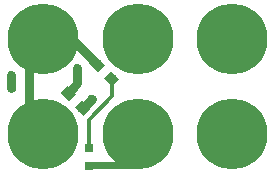
<source format=gtl>
%TF.GenerationSoftware,KiCad,Pcbnew,5.0.2-bee76a0~70~ubuntu16.04.1*%
%TF.CreationDate,2019-01-01T17:35:33-08:00*%
%TF.ProjectId,2x3-LED-RGB-Mini-Neopixel-SMT,3278332d-4c45-4442-9d52-47422d4d696e,1.0*%
%TF.SameCoordinates,Original*%
%TF.FileFunction,Copper,L1,Top*%
%TF.FilePolarity,Positive*%
%FSLAX46Y46*%
G04 Gerber Fmt 4.6, Leading zero omitted, Abs format (unit mm)*
G04 Created by KiCad (PCBNEW 5.0.2-bee76a0~70~ubuntu16.04.1) date Tue Jan  1 17:35:33 2019*
%MOMM*%
%LPD*%
G01*
G04 APERTURE LIST*
%ADD10C,0.800000*%
%ADD11C,0.600000*%
%ADD12C,0.300000*%
%ADD13C,0.850000*%
%ADD14C,0.350000*%
%ADD15C,6.000000*%
%ADD16C,0.685800*%
%ADD17R,0.750000X0.800000*%
%ADD18R,0.800000X0.750000*%
%ADD19C,0.350000*%
%ADD20C,0.330200*%
G04 APERTURE END LIST*
D10*
X14400000Y-37000000D02*
X14400000Y-31400000D01*
D11*
X19500000Y-40700000D02*
X23650000Y-40700000D01*
D10*
X12900000Y-34100000D02*
X12900000Y-33050000D01*
D12*
X21450000Y-34850000D02*
X21450000Y-33350000D01*
D10*
X17200000Y-29150000D02*
X20050000Y-32000000D01*
X19700000Y-35050000D02*
X18950000Y-35850000D01*
X18500000Y-33750000D02*
X17750000Y-34550000D01*
X18500000Y-33750000D02*
X18500000Y-32450000D01*
D12*
X21450000Y-34850000D02*
X19450000Y-36850000D01*
X19450000Y-39350000D02*
X19450000Y-36850000D01*
D13*
X21406155Y-33356282D03*
D14*
G36*
X21459188Y-34010356D02*
X20752081Y-33303249D01*
X21353122Y-32702208D01*
X22060229Y-33409315D01*
X21459188Y-34010356D01*
X21459188Y-34010356D01*
G37*
D13*
X18931282Y-35831155D03*
D14*
G36*
X18984315Y-36485229D02*
X18277208Y-35778122D01*
X18878249Y-35177081D01*
X19585356Y-35884188D01*
X18984315Y-36485229D01*
X18984315Y-36485229D01*
G37*
D13*
X20168718Y-32118845D03*
D14*
G36*
X20221751Y-32772919D02*
X19514644Y-32065812D01*
X20115685Y-31464771D01*
X20822792Y-32171878D01*
X20221751Y-32772919D01*
X20221751Y-32772919D01*
G37*
D13*
X17693845Y-34593718D03*
D14*
G36*
X17746878Y-35247792D02*
X17039771Y-34540685D01*
X17640812Y-33939644D01*
X18347919Y-34646751D01*
X17746878Y-35247792D01*
X17746878Y-35247792D01*
G37*
D15*
X31600000Y-30000000D03*
X31600000Y-38000000D03*
D16*
X12900000Y-33000000D03*
X19650000Y-35050000D03*
D15*
X23600000Y-30000000D03*
D17*
X19515584Y-39250046D03*
X19515584Y-40750046D03*
D18*
X12925000Y-34025000D03*
X14425000Y-34025000D03*
D15*
X15600000Y-38000000D03*
X15600000Y-30000000D03*
X23600000Y-38000000D03*
D16*
X18500000Y-32450000D03*
D19*
X31600000Y-30000000D03*
X31600000Y-38000000D03*
D20*
X12900000Y-33000000D03*
X19650000Y-35050000D03*
D19*
X23600000Y-30000000D03*
X15600000Y-38000000D03*
X15600000Y-30000000D03*
X23600000Y-38000000D03*
D20*
X18500000Y-32450000D03*
M02*

</source>
